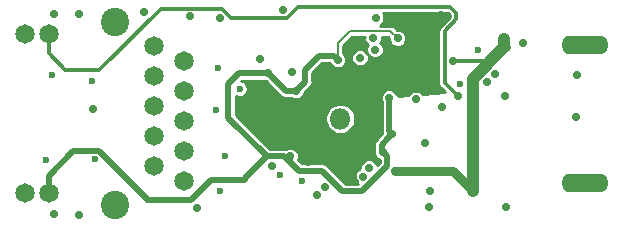
<source format=gbr>
G04 #@! TF.GenerationSoftware,KiCad,Pcbnew,5.99.0-unknown-efbc802~86~ubuntu18.04.1*
G04 #@! TF.CreationDate,2019-09-12T13:39:22+03:00*
G04 #@! TF.ProjectId,USB-GIGABIT_Rev_C,5553422d-4749-4474-9142-49545f526576,rev?*
G04 #@! TF.SameCoordinates,Original*
G04 #@! TF.FileFunction,Copper,L3,Inr*
G04 #@! TF.FilePolarity,Positive*
%FSLAX46Y46*%
G04 Gerber Fmt 4.6, Leading zero omitted, Abs format (unit mm)*
G04 Created by KiCad (PCBNEW 5.99.0-unknown-efbc802~86~ubuntu18.04.1) date 2019-09-12 13:39:22*
%MOMM*%
%LPD*%
G04 APERTURE LIST*
%ADD10O,4.000000X1.600000*%
%ADD11O,1.800000X1.800000*%
%ADD12C,0.600000*%
%ADD13C,2.400000*%
%ADD14C,1.650000*%
%ADD15C,0.700000*%
%ADD16C,0.508000*%
%ADD17C,0.199900*%
%ADD18C,1.016000*%
%ADD19C,0.762000*%
%ADD20C,0.304800*%
%ADD21C,0.254000*%
G04 APERTURE END LIST*
D10*
X104200000Y-64150000D03*
X104200000Y-75850000D03*
D11*
X83500000Y-70405500D03*
D12*
X62450000Y-67200000D03*
X59055000Y-66675000D03*
X58610500Y-73914000D03*
X62750000Y-73850000D03*
X73342500Y-76517500D03*
X74993500Y-67881500D03*
X91150000Y-66600000D03*
X90050000Y-66600000D03*
X80250000Y-75700000D03*
X78422500Y-75184000D03*
X93600000Y-67500000D03*
X95200000Y-64600000D03*
X73150000Y-66100000D03*
X73000000Y-69650000D03*
X73723500Y-73533000D03*
D13*
X64389500Y-77747000D03*
X64389500Y-62253000D03*
D14*
X56769500Y-76731000D03*
X58801500Y-76731000D03*
X56769500Y-63269000D03*
X58801500Y-63269000D03*
X70231500Y-75715000D03*
X67691500Y-74445000D03*
X70231500Y-73175000D03*
X67691500Y-71905000D03*
X70231500Y-70635000D03*
X67691500Y-69365000D03*
X70231500Y-68095000D03*
X67691500Y-66825000D03*
X70231500Y-65555000D03*
X67691500Y-64285000D03*
D15*
X66850000Y-61400000D03*
X61350000Y-78550000D03*
X59250000Y-78450000D03*
X59300000Y-61550000D03*
X61350000Y-61550000D03*
X86500000Y-61900000D03*
X81754942Y-66156343D03*
X93446600Y-68491100D03*
X91020900Y-77851000D03*
X97409000Y-68516500D03*
X88350001Y-63600000D03*
X93000000Y-65550000D03*
X97395200Y-63650000D03*
X87650000Y-68650000D03*
X92050000Y-61600000D03*
X92130343Y-69396500D03*
X84219221Y-65591605D03*
X86277998Y-63593899D03*
X85166192Y-65246747D03*
X86443988Y-64547064D03*
X85438012Y-75297518D03*
X85916937Y-74559243D03*
X80772000Y-74053700D03*
X76296520Y-68583217D03*
X86654781Y-74079652D03*
X84707225Y-75787794D03*
X77114400Y-72326500D03*
X94742000Y-76517500D03*
X88164672Y-74819235D03*
X77393800Y-66535300D03*
X73304400Y-61861700D03*
X79733345Y-68033100D03*
X83277947Y-65414012D03*
X87895878Y-71691651D03*
X87083900Y-73240900D03*
X79260700Y-73583800D03*
X71348600Y-77939900D03*
X91059000Y-76517500D03*
X97536000Y-77851000D03*
X103568500Y-66675000D03*
X103441500Y-70294500D03*
X98950000Y-64000000D03*
X79438500Y-66484500D03*
X62534800Y-69596000D03*
X76717018Y-65332482D03*
X70815200Y-61734700D03*
X90652600Y-72453500D03*
X89890601Y-68745100D03*
X78650000Y-61200002D03*
X82185876Y-76164124D03*
X81514124Y-76835876D03*
X95906237Y-67330697D03*
X96577989Y-66658945D03*
X77749400Y-74371200D03*
D16*
X80507288Y-67259157D02*
X80507288Y-66284523D01*
X80507288Y-66284523D02*
X81727798Y-65064013D01*
X81727798Y-65064013D02*
X82927948Y-65064013D01*
X82927948Y-65064013D02*
X83277947Y-65414012D01*
D17*
X88350001Y-63600000D02*
X87741549Y-62991548D01*
X87741549Y-62991548D02*
X84316972Y-62991548D01*
X84316972Y-62991548D02*
X83277947Y-64030573D01*
X83277947Y-64030573D02*
X83277947Y-64919038D01*
X83277947Y-64919038D02*
X83277947Y-65414012D01*
D16*
X79733345Y-68033100D02*
X80507288Y-67259157D01*
D18*
X94742000Y-76517500D02*
X94742000Y-66999540D01*
X94742000Y-66999540D02*
X97395200Y-64346340D01*
X97395200Y-64144974D02*
X97395200Y-63650000D01*
X97395200Y-64346340D02*
X97395200Y-64144974D01*
D16*
X87083900Y-73240900D02*
X87411182Y-73568182D01*
X87411182Y-73568182D02*
X87411182Y-74442725D01*
X87411182Y-74442725D02*
X85309712Y-76544195D01*
X85309712Y-76544195D02*
X83685421Y-76544195D01*
X83685421Y-76544195D02*
X81951327Y-74810101D01*
X81951327Y-74810101D02*
X79992027Y-74810101D01*
X79992027Y-74810101D02*
X79260700Y-74078774D01*
X77252226Y-73583800D02*
X74000000Y-70331574D01*
X74000000Y-67450000D02*
X74914700Y-66535300D01*
X74914700Y-66535300D02*
X76898826Y-66535300D01*
X74000000Y-70331574D02*
X74000000Y-67450000D01*
X76898826Y-66535300D02*
X77393800Y-66535300D01*
X87650000Y-68650000D02*
X87650000Y-71445773D01*
X87650000Y-71445773D02*
X87895878Y-71691651D01*
D19*
X88164672Y-74819235D02*
X93043735Y-74819235D01*
X93043735Y-74819235D02*
X94742000Y-76517500D01*
X97550113Y-64299887D02*
X97395200Y-64144974D01*
D20*
X93000000Y-65550000D02*
X96300000Y-65550000D01*
X96300000Y-65550000D02*
X97550113Y-64299887D01*
D16*
X78891600Y-68033100D02*
X79238371Y-68033100D01*
X79238371Y-68033100D02*
X79733345Y-68033100D01*
X77393800Y-66535300D02*
X78891600Y-68033100D01*
D20*
X83264459Y-65414012D02*
X83277947Y-65414012D01*
D16*
X86996474Y-72960026D02*
X86996474Y-72591055D01*
X87545879Y-72041650D02*
X87895878Y-71691651D01*
X86996474Y-72591055D02*
X87545879Y-72041650D01*
X92138500Y-69388343D02*
X92130343Y-69396500D01*
X75412600Y-75423426D02*
X77252226Y-73583800D01*
X75412600Y-75590400D02*
X75412600Y-75423426D01*
X58801500Y-75211526D02*
X60869427Y-73143599D01*
X58801500Y-76731000D02*
X58801500Y-75211526D01*
X60869427Y-73143599D02*
X63089073Y-73143599D01*
X63089073Y-73143599D02*
X67157600Y-77212126D01*
X72578626Y-75590400D02*
X75412600Y-75590400D01*
X70876826Y-77292200D02*
X72578626Y-75590400D01*
X67157600Y-77212126D02*
X67157600Y-77292200D01*
X67157600Y-77292200D02*
X70876826Y-77292200D01*
D20*
X58801500Y-64872100D02*
X58801500Y-63269000D01*
X60198000Y-66268600D02*
X58801500Y-64872100D01*
X63093600Y-66268600D02*
X60198000Y-66268600D01*
X73491705Y-61079899D02*
X68282301Y-61079899D01*
X78964305Y-61854803D02*
X74266609Y-61854803D01*
X68282301Y-61079899D02*
X63093600Y-66268600D01*
X74266609Y-61854803D02*
X73491705Y-61079899D01*
X79889298Y-60929810D02*
X78964305Y-61854803D01*
X92345199Y-67389699D02*
X92345199Y-62975801D01*
X92345199Y-62975801D02*
X93319600Y-62001400D01*
X93319600Y-61442600D02*
X92806810Y-60929810D01*
X93446600Y-68491100D02*
X92345199Y-67389699D01*
X93319600Y-62001400D02*
X93319600Y-61442600D01*
X92806810Y-60929810D02*
X79889298Y-60929810D01*
D16*
X79260700Y-73583800D02*
X79260700Y-74078774D01*
X78765726Y-73583800D02*
X77252226Y-73583800D01*
X79260700Y-74078774D02*
X78765726Y-73583800D01*
D21*
G36*
X92787201Y-61663127D02*
G01*
X92787200Y-61780873D01*
X92005813Y-62562261D01*
X91961362Y-62591963D01*
X91924767Y-62646730D01*
X91924768Y-62646730D01*
X91843691Y-62768069D01*
X91802371Y-62975801D01*
X91812800Y-63028233D01*
X91812799Y-67337272D01*
X91802371Y-67389699D01*
X91812799Y-67442126D01*
X91812799Y-67442131D01*
X91843690Y-67597430D01*
X91961361Y-67773537D01*
X92005818Y-67803243D01*
X92348136Y-68145561D01*
X90471892Y-68303229D01*
X90413223Y-68222478D01*
X90226145Y-68086559D01*
X90006222Y-68015101D01*
X89774980Y-68015101D01*
X89555057Y-68086559D01*
X89367979Y-68222478D01*
X89233715Y-68407278D01*
X88362489Y-68480490D01*
X88308541Y-68314456D01*
X88172622Y-68127378D01*
X87985544Y-67991459D01*
X87765621Y-67920001D01*
X87534379Y-67920001D01*
X87314456Y-67991459D01*
X87127378Y-68127378D01*
X86991459Y-68314456D01*
X86920001Y-68534379D01*
X86920001Y-68765621D01*
X86991459Y-68985543D01*
X87016000Y-69019322D01*
X87016001Y-71418093D01*
X87008671Y-71501882D01*
X87030441Y-71583129D01*
X87042035Y-71648882D01*
X86567733Y-72123185D01*
X86503311Y-72177241D01*
X86461260Y-72250077D01*
X86413013Y-72318983D01*
X86405682Y-72346339D01*
X86391520Y-72370870D01*
X86376912Y-72453711D01*
X86355145Y-72534947D01*
X86362474Y-72618724D01*
X86362474Y-73015488D01*
X86372007Y-73069555D01*
X86353901Y-73125280D01*
X86353901Y-73356521D01*
X86425359Y-73576444D01*
X86561278Y-73763522D01*
X86748356Y-73899441D01*
X86777182Y-73908807D01*
X86777183Y-74180114D01*
X86614255Y-74343042D01*
X86575478Y-74223699D01*
X86439559Y-74036621D01*
X86252481Y-73900702D01*
X86032558Y-73829244D01*
X85801316Y-73829244D01*
X85581393Y-73900702D01*
X85394315Y-74036621D01*
X85258396Y-74223699D01*
X85186938Y-74443622D01*
X85186938Y-74611531D01*
X85102468Y-74638977D01*
X84915390Y-74774896D01*
X84779471Y-74961974D01*
X84708013Y-75181897D01*
X84708013Y-75413139D01*
X84779471Y-75633062D01*
X84915390Y-75820140D01*
X85039341Y-75910195D01*
X83948031Y-75910195D01*
X82419207Y-74381371D01*
X82365140Y-74316937D01*
X82292286Y-74274875D01*
X82223399Y-74226640D01*
X82196043Y-74219309D01*
X82171512Y-74205146D01*
X82088672Y-74190539D01*
X82007435Y-74168772D01*
X81923658Y-74176101D01*
X80254639Y-74176101D01*
X79938527Y-73859989D01*
X79990699Y-73699421D01*
X79990699Y-73468179D01*
X79919241Y-73248256D01*
X79783322Y-73061178D01*
X79596244Y-72925259D01*
X79376321Y-72853801D01*
X79145079Y-72853801D01*
X78925157Y-72925259D01*
X78880010Y-72958059D01*
X78821834Y-72942471D01*
X78738057Y-72949800D01*
X77514836Y-72949800D01*
X75071393Y-70506357D01*
X82218489Y-70506357D01*
X82258328Y-70738205D01*
X82339750Y-70958911D01*
X82460029Y-71161083D01*
X82615138Y-71337950D01*
X82799880Y-71483589D01*
X83008071Y-71593123D01*
X83233530Y-71663130D01*
X83446368Y-71685500D01*
X83559570Y-71685500D01*
X83734259Y-71669448D01*
X83960673Y-71605594D01*
X84171658Y-71501546D01*
X84360150Y-71360793D01*
X84519835Y-71188047D01*
X84645366Y-70989093D01*
X84732537Y-70770595D01*
X84778432Y-70539869D01*
X84781511Y-70304643D01*
X84741672Y-70072795D01*
X84660250Y-69852089D01*
X84539971Y-69649917D01*
X84384862Y-69473050D01*
X84200120Y-69327411D01*
X83991929Y-69217877D01*
X83766470Y-69147870D01*
X83553632Y-69125500D01*
X83440430Y-69125500D01*
X83265741Y-69141552D01*
X83039327Y-69205406D01*
X82828342Y-69309454D01*
X82639850Y-69450207D01*
X82480165Y-69622953D01*
X82354634Y-69821907D01*
X82267463Y-70040405D01*
X82221568Y-70271131D01*
X82218489Y-70506357D01*
X75071393Y-70506357D01*
X74634000Y-70068964D01*
X74634000Y-68460876D01*
X74669149Y-68486413D01*
X74843770Y-68551354D01*
X75029423Y-68566944D01*
X75212429Y-68532034D01*
X75379306Y-68449195D01*
X75517758Y-68324532D01*
X75617586Y-68167229D01*
X75671628Y-67988230D01*
X75673715Y-67788995D01*
X75623433Y-67608904D01*
X75526921Y-67449544D01*
X75391110Y-67322009D01*
X75226004Y-67235694D01*
X75131090Y-67215520D01*
X75177310Y-67169300D01*
X77024478Y-67169300D01*
X77058257Y-67193841D01*
X77202646Y-67240756D01*
X78423724Y-68461835D01*
X78477786Y-68526264D01*
X78550624Y-68568316D01*
X78619528Y-68616562D01*
X78646883Y-68623892D01*
X78671414Y-68638055D01*
X78754257Y-68652663D01*
X78835491Y-68674429D01*
X78919268Y-68667100D01*
X79364023Y-68667100D01*
X79397802Y-68691641D01*
X79617724Y-68763099D01*
X79848966Y-68763099D01*
X80068889Y-68691641D01*
X80255967Y-68555722D01*
X80391886Y-68368644D01*
X80438801Y-68224255D01*
X80936031Y-67727026D01*
X81000452Y-67672971D01*
X81042504Y-67600133D01*
X81090749Y-67531231D01*
X81098080Y-67503873D01*
X81112243Y-67479342D01*
X81126850Y-67396506D01*
X81148618Y-67315266D01*
X81141288Y-67231480D01*
X81141288Y-66547134D01*
X81990410Y-65698013D01*
X82602659Y-65698013D01*
X82619406Y-65749555D01*
X82755325Y-65936634D01*
X82942403Y-66072553D01*
X83162326Y-66144011D01*
X83393568Y-66144011D01*
X83613491Y-66072553D01*
X83800569Y-65936634D01*
X83936488Y-65749556D01*
X84007946Y-65529633D01*
X84007946Y-65298391D01*
X83936488Y-65078468D01*
X83800569Y-64891390D01*
X83757897Y-64860387D01*
X83757897Y-64229374D01*
X84515774Y-63471498D01*
X85550202Y-63471498D01*
X85547999Y-63478278D01*
X85547999Y-63709520D01*
X85619457Y-63929443D01*
X85755376Y-64116521D01*
X85820232Y-64163642D01*
X85785447Y-64211520D01*
X85713989Y-64431443D01*
X85713989Y-64662685D01*
X85770471Y-64836517D01*
X85688814Y-64724125D01*
X85501736Y-64588206D01*
X85281813Y-64516748D01*
X85050571Y-64516748D01*
X84830648Y-64588206D01*
X84643570Y-64724125D01*
X84507651Y-64911203D01*
X84436193Y-65131126D01*
X84436193Y-65362368D01*
X84507651Y-65582291D01*
X84643570Y-65769369D01*
X84830648Y-65905288D01*
X85050571Y-65976746D01*
X85281813Y-65976746D01*
X85501736Y-65905288D01*
X85688814Y-65769369D01*
X85824733Y-65582291D01*
X85896191Y-65362368D01*
X85896191Y-65131126D01*
X85839709Y-64957294D01*
X85921366Y-65069686D01*
X86108444Y-65205605D01*
X86328367Y-65277063D01*
X86559609Y-65277063D01*
X86779532Y-65205605D01*
X86966610Y-65069686D01*
X87102529Y-64882608D01*
X87173987Y-64662685D01*
X87173987Y-64431443D01*
X87102529Y-64211520D01*
X86966610Y-64024442D01*
X86901754Y-63977321D01*
X86936539Y-63929443D01*
X87007997Y-63709520D01*
X87007997Y-63478278D01*
X87005794Y-63471498D01*
X87542749Y-63471498D01*
X87620002Y-63548751D01*
X87620002Y-63715621D01*
X87691460Y-63935544D01*
X87827379Y-64122622D01*
X88014457Y-64258541D01*
X88234380Y-64329999D01*
X88465622Y-64329999D01*
X88685545Y-64258541D01*
X88872623Y-64122622D01*
X89008542Y-63935544D01*
X89080000Y-63715621D01*
X89080000Y-63484379D01*
X89008542Y-63264456D01*
X88872623Y-63077378D01*
X88685545Y-62941459D01*
X88465622Y-62870001D01*
X88298752Y-62870001D01*
X88089809Y-62661058D01*
X88025289Y-62589400D01*
X87981721Y-62575244D01*
X87917389Y-62533466D01*
X87715870Y-62501549D01*
X87678365Y-62511598D01*
X86900156Y-62511598D01*
X87022622Y-62422622D01*
X87158541Y-62235544D01*
X87229999Y-62015621D01*
X87229999Y-61784379D01*
X87158541Y-61564456D01*
X87084256Y-61462210D01*
X92586284Y-61462210D01*
X92787201Y-61663127D01*
X92787201Y-61663127D01*
G37*
X92787201Y-61663127D02*
X92787200Y-61780873D01*
X92005813Y-62562261D01*
X91961362Y-62591963D01*
X91924767Y-62646730D01*
X91924768Y-62646730D01*
X91843691Y-62768069D01*
X91802371Y-62975801D01*
X91812800Y-63028233D01*
X91812799Y-67337272D01*
X91802371Y-67389699D01*
X91812799Y-67442126D01*
X91812799Y-67442131D01*
X91843690Y-67597430D01*
X91961361Y-67773537D01*
X92005818Y-67803243D01*
X92348136Y-68145561D01*
X90471892Y-68303229D01*
X90413223Y-68222478D01*
X90226145Y-68086559D01*
X90006222Y-68015101D01*
X89774980Y-68015101D01*
X89555057Y-68086559D01*
X89367979Y-68222478D01*
X89233715Y-68407278D01*
X88362489Y-68480490D01*
X88308541Y-68314456D01*
X88172622Y-68127378D01*
X87985544Y-67991459D01*
X87765621Y-67920001D01*
X87534379Y-67920001D01*
X87314456Y-67991459D01*
X87127378Y-68127378D01*
X86991459Y-68314456D01*
X86920001Y-68534379D01*
X86920001Y-68765621D01*
X86991459Y-68985543D01*
X87016000Y-69019322D01*
X87016001Y-71418093D01*
X87008671Y-71501882D01*
X87030441Y-71583129D01*
X87042035Y-71648882D01*
X86567733Y-72123185D01*
X86503311Y-72177241D01*
X86461260Y-72250077D01*
X86413013Y-72318983D01*
X86405682Y-72346339D01*
X86391520Y-72370870D01*
X86376912Y-72453711D01*
X86355145Y-72534947D01*
X86362474Y-72618724D01*
X86362474Y-73015488D01*
X86372007Y-73069555D01*
X86353901Y-73125280D01*
X86353901Y-73356521D01*
X86425359Y-73576444D01*
X86561278Y-73763522D01*
X86748356Y-73899441D01*
X86777182Y-73908807D01*
X86777183Y-74180114D01*
X86614255Y-74343042D01*
X86575478Y-74223699D01*
X86439559Y-74036621D01*
X86252481Y-73900702D01*
X86032558Y-73829244D01*
X85801316Y-73829244D01*
X85581393Y-73900702D01*
X85394315Y-74036621D01*
X85258396Y-74223699D01*
X85186938Y-74443622D01*
X85186938Y-74611531D01*
X85102468Y-74638977D01*
X84915390Y-74774896D01*
X84779471Y-74961974D01*
X84708013Y-75181897D01*
X84708013Y-75413139D01*
X84779471Y-75633062D01*
X84915390Y-75820140D01*
X85039341Y-75910195D01*
X83948031Y-75910195D01*
X82419207Y-74381371D01*
X82365140Y-74316937D01*
X82292286Y-74274875D01*
X82223399Y-74226640D01*
X82196043Y-74219309D01*
X82171512Y-74205146D01*
X82088672Y-74190539D01*
X82007435Y-74168772D01*
X81923658Y-74176101D01*
X80254639Y-74176101D01*
X79938527Y-73859989D01*
X79990699Y-73699421D01*
X79990699Y-73468179D01*
X79919241Y-73248256D01*
X79783322Y-73061178D01*
X79596244Y-72925259D01*
X79376321Y-72853801D01*
X79145079Y-72853801D01*
X78925157Y-72925259D01*
X78880010Y-72958059D01*
X78821834Y-72942471D01*
X78738057Y-72949800D01*
X77514836Y-72949800D01*
X75071393Y-70506357D01*
X82218489Y-70506357D01*
X82258328Y-70738205D01*
X82339750Y-70958911D01*
X82460029Y-71161083D01*
X82615138Y-71337950D01*
X82799880Y-71483589D01*
X83008071Y-71593123D01*
X83233530Y-71663130D01*
X83446368Y-71685500D01*
X83559570Y-71685500D01*
X83734259Y-71669448D01*
X83960673Y-71605594D01*
X84171658Y-71501546D01*
X84360150Y-71360793D01*
X84519835Y-71188047D01*
X84645366Y-70989093D01*
X84732537Y-70770595D01*
X84778432Y-70539869D01*
X84781511Y-70304643D01*
X84741672Y-70072795D01*
X84660250Y-69852089D01*
X84539971Y-69649917D01*
X84384862Y-69473050D01*
X84200120Y-69327411D01*
X83991929Y-69217877D01*
X83766470Y-69147870D01*
X83553632Y-69125500D01*
X83440430Y-69125500D01*
X83265741Y-69141552D01*
X83039327Y-69205406D01*
X82828342Y-69309454D01*
X82639850Y-69450207D01*
X82480165Y-69622953D01*
X82354634Y-69821907D01*
X82267463Y-70040405D01*
X82221568Y-70271131D01*
X82218489Y-70506357D01*
X75071393Y-70506357D01*
X74634000Y-70068964D01*
X74634000Y-68460876D01*
X74669149Y-68486413D01*
X74843770Y-68551354D01*
X75029423Y-68566944D01*
X75212429Y-68532034D01*
X75379306Y-68449195D01*
X75517758Y-68324532D01*
X75617586Y-68167229D01*
X75671628Y-67988230D01*
X75673715Y-67788995D01*
X75623433Y-67608904D01*
X75526921Y-67449544D01*
X75391110Y-67322009D01*
X75226004Y-67235694D01*
X75131090Y-67215520D01*
X75177310Y-67169300D01*
X77024478Y-67169300D01*
X77058257Y-67193841D01*
X77202646Y-67240756D01*
X78423724Y-68461835D01*
X78477786Y-68526264D01*
X78550624Y-68568316D01*
X78619528Y-68616562D01*
X78646883Y-68623892D01*
X78671414Y-68638055D01*
X78754257Y-68652663D01*
X78835491Y-68674429D01*
X78919268Y-68667100D01*
X79364023Y-68667100D01*
X79397802Y-68691641D01*
X79617724Y-68763099D01*
X79848966Y-68763099D01*
X80068889Y-68691641D01*
X80255967Y-68555722D01*
X80391886Y-68368644D01*
X80438801Y-68224255D01*
X80936031Y-67727026D01*
X81000452Y-67672971D01*
X81042504Y-67600133D01*
X81090749Y-67531231D01*
X81098080Y-67503873D01*
X81112243Y-67479342D01*
X81126850Y-67396506D01*
X81148618Y-67315266D01*
X81141288Y-67231480D01*
X81141288Y-66547134D01*
X81990410Y-65698013D01*
X82602659Y-65698013D01*
X82619406Y-65749555D01*
X82755325Y-65936634D01*
X82942403Y-66072553D01*
X83162326Y-66144011D01*
X83393568Y-66144011D01*
X83613491Y-66072553D01*
X83800569Y-65936634D01*
X83936488Y-65749556D01*
X84007946Y-65529633D01*
X84007946Y-65298391D01*
X83936488Y-65078468D01*
X83800569Y-64891390D01*
X83757897Y-64860387D01*
X83757897Y-64229374D01*
X84515774Y-63471498D01*
X85550202Y-63471498D01*
X85547999Y-63478278D01*
X85547999Y-63709520D01*
X85619457Y-63929443D01*
X85755376Y-64116521D01*
X85820232Y-64163642D01*
X85785447Y-64211520D01*
X85713989Y-64431443D01*
X85713989Y-64662685D01*
X85770471Y-64836517D01*
X85688814Y-64724125D01*
X85501736Y-64588206D01*
X85281813Y-64516748D01*
X85050571Y-64516748D01*
X84830648Y-64588206D01*
X84643570Y-64724125D01*
X84507651Y-64911203D01*
X84436193Y-65131126D01*
X84436193Y-65362368D01*
X84507651Y-65582291D01*
X84643570Y-65769369D01*
X84830648Y-65905288D01*
X85050571Y-65976746D01*
X85281813Y-65976746D01*
X85501736Y-65905288D01*
X85688814Y-65769369D01*
X85824733Y-65582291D01*
X85896191Y-65362368D01*
X85896191Y-65131126D01*
X85839709Y-64957294D01*
X85921366Y-65069686D01*
X86108444Y-65205605D01*
X86328367Y-65277063D01*
X86559609Y-65277063D01*
X86779532Y-65205605D01*
X86966610Y-65069686D01*
X87102529Y-64882608D01*
X87173987Y-64662685D01*
X87173987Y-64431443D01*
X87102529Y-64211520D01*
X86966610Y-64024442D01*
X86901754Y-63977321D01*
X86936539Y-63929443D01*
X87007997Y-63709520D01*
X87007997Y-63478278D01*
X87005794Y-63471498D01*
X87542749Y-63471498D01*
X87620002Y-63548751D01*
X87620002Y-63715621D01*
X87691460Y-63935544D01*
X87827379Y-64122622D01*
X88014457Y-64258541D01*
X88234380Y-64329999D01*
X88465622Y-64329999D01*
X88685545Y-64258541D01*
X88872623Y-64122622D01*
X89008542Y-63935544D01*
X89080000Y-63715621D01*
X89080000Y-63484379D01*
X89008542Y-63264456D01*
X88872623Y-63077378D01*
X88685545Y-62941459D01*
X88465622Y-62870001D01*
X88298752Y-62870001D01*
X88089809Y-62661058D01*
X88025289Y-62589400D01*
X87981721Y-62575244D01*
X87917389Y-62533466D01*
X87715870Y-62501549D01*
X87678365Y-62511598D01*
X86900156Y-62511598D01*
X87022622Y-62422622D01*
X87158541Y-62235544D01*
X87229999Y-62015621D01*
X87229999Y-61784379D01*
X87158541Y-61564456D01*
X87084256Y-61462210D01*
X92586284Y-61462210D01*
X92787201Y-61663127D01*
M02*

</source>
